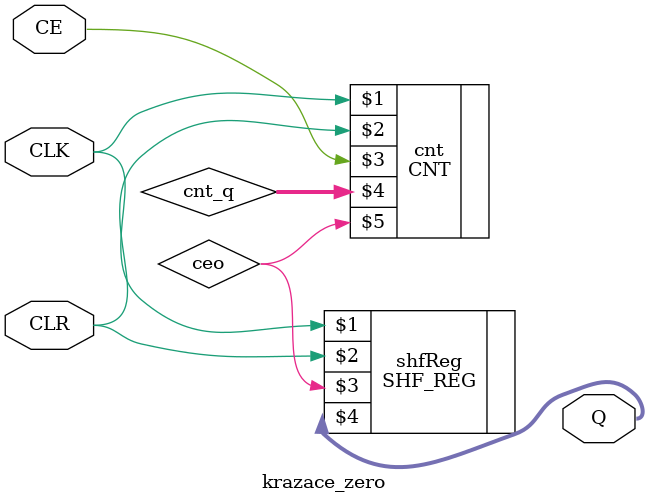
<source format=v>
`timescale 1ns / 1ps

module krazace_zero(CLK, CLR, CE, Q);
parameter BITS_NUM = 27;
parameter MOD = 100000;
input CLK, CLR, CE;
output [3:0] Q;
wire [BITS_NUM-1:0] cnt_q;
wire ceo;

CNT #(
    .BITS_NUM(BITS_NUM), 
    .MOD(MOD)
) cnt(CLK, CLR, CE, cnt_q, ceo);

SHF_REG shfReg(CLK, CLR, ceo, Q);

endmodule

</source>
